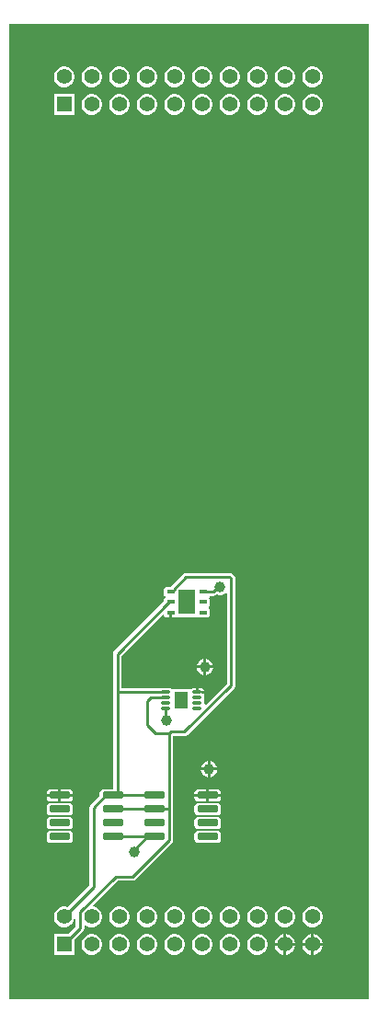
<source format=gbr>
%TF.GenerationSoftware,Altium Limited,Altium Designer,23.4.1 (23)*%
G04 Layer_Physical_Order=1*
G04 Layer_Color=255*
%FSLAX45Y45*%
%MOMM*%
%TF.SameCoordinates,B91EE142-B30E-402A-A340-A1283DCE037E*%
%TF.FilePolarity,Positive*%
%TF.FileFunction,Copper,L1,Top,Signal*%
%TF.Part,Single*%
G01*
G75*
%TA.AperFunction,SMDPad,CuDef*%
G04:AMPARAMS|DCode=10|XSize=1.9mm|YSize=0.6mm|CornerRadius=0.075mm|HoleSize=0mm|Usage=FLASHONLY|Rotation=180.000|XOffset=0mm|YOffset=0mm|HoleType=Round|Shape=RoundedRectangle|*
%AMROUNDEDRECTD10*
21,1,1.90000,0.45000,0,0,180.0*
21,1,1.75000,0.60000,0,0,180.0*
1,1,0.15000,-0.87500,0.22500*
1,1,0.15000,0.87500,0.22500*
1,1,0.15000,0.87500,-0.22500*
1,1,0.15000,-0.87500,-0.22500*
%
%ADD10ROUNDEDRECTD10*%
G04:AMPARAMS|DCode=11|XSize=0.76mm|YSize=0.42mm|CornerRadius=0.0525mm|HoleSize=0mm|Usage=FLASHONLY|Rotation=0.000|XOffset=0mm|YOffset=0mm|HoleType=Round|Shape=RoundedRectangle|*
%AMROUNDEDRECTD11*
21,1,0.76000,0.31500,0,0,0.0*
21,1,0.65500,0.42000,0,0,0.0*
1,1,0.10500,0.32750,-0.15750*
1,1,0.10500,-0.32750,-0.15750*
1,1,0.10500,-0.32750,0.15750*
1,1,0.10500,0.32750,0.15750*
%
%ADD11ROUNDEDRECTD11*%
%ADD12R,1.50000X2.30000*%
G04:AMPARAMS|DCode=13|XSize=0.81mm|YSize=0.26mm|CornerRadius=0.0325mm|HoleSize=0mm|Usage=FLASHONLY|Rotation=180.000|XOffset=0mm|YOffset=0mm|HoleType=Round|Shape=RoundedRectangle|*
%AMROUNDEDRECTD13*
21,1,0.81000,0.19500,0,0,180.0*
21,1,0.74500,0.26000,0,0,180.0*
1,1,0.06500,-0.37250,0.09750*
1,1,0.06500,0.37250,0.09750*
1,1,0.06500,0.37250,-0.09750*
1,1,0.06500,-0.37250,-0.09750*
%
%ADD13ROUNDEDRECTD13*%
%ADD14R,1.30000X1.50000*%
%TA.AperFunction,Conductor*%
%ADD15C,0.25400*%
%TA.AperFunction,ComponentPad*%
%ADD16C,1.39000*%
%ADD17R,1.39000X1.39000*%
%ADD18C,0.40000*%
%TA.AperFunction,TestPad*%
%ADD19C,1.00000*%
G36*
X3314700Y0D02*
X12700D01*
X0Y12700D01*
Y8978900D01*
X3314700D01*
Y0D01*
D02*
G37*
%LPC*%
G36*
X2806494Y8586900D02*
X2781506D01*
X2757370Y8580433D01*
X2735730Y8567939D01*
X2718061Y8550270D01*
X2705567Y8528630D01*
X2699100Y8504494D01*
Y8479506D01*
X2705567Y8455370D01*
X2718061Y8433730D01*
X2735730Y8416061D01*
X2757370Y8403567D01*
X2781506Y8397100D01*
X2806494D01*
X2830630Y8403567D01*
X2852270Y8416061D01*
X2869939Y8433730D01*
X2882433Y8455370D01*
X2888900Y8479506D01*
Y8504494D01*
X2882433Y8528630D01*
X2869939Y8550270D01*
X2852270Y8567939D01*
X2830630Y8580433D01*
X2806494Y8586900D01*
D02*
G37*
G36*
X2552494D02*
X2527506D01*
X2503370Y8580433D01*
X2481730Y8567939D01*
X2464061Y8550270D01*
X2451567Y8528630D01*
X2445100Y8504494D01*
Y8479506D01*
X2451567Y8455370D01*
X2464061Y8433730D01*
X2481730Y8416061D01*
X2503370Y8403567D01*
X2527506Y8397100D01*
X2552494D01*
X2576630Y8403567D01*
X2598270Y8416061D01*
X2615939Y8433730D01*
X2628433Y8455370D01*
X2634900Y8479506D01*
Y8504494D01*
X2628433Y8528630D01*
X2615939Y8550270D01*
X2598270Y8567939D01*
X2576630Y8580433D01*
X2552494Y8586900D01*
D02*
G37*
G36*
X2298494D02*
X2273506D01*
X2249370Y8580433D01*
X2227730Y8567939D01*
X2210061Y8550270D01*
X2197567Y8528630D01*
X2191100Y8504494D01*
Y8479506D01*
X2197567Y8455370D01*
X2210061Y8433730D01*
X2227730Y8416061D01*
X2249370Y8403567D01*
X2273506Y8397100D01*
X2298494D01*
X2322630Y8403567D01*
X2344270Y8416061D01*
X2361939Y8433730D01*
X2374433Y8455370D01*
X2380900Y8479506D01*
Y8504494D01*
X2374433Y8528630D01*
X2361939Y8550270D01*
X2344270Y8567939D01*
X2322630Y8580433D01*
X2298494Y8586900D01*
D02*
G37*
G36*
X2044494D02*
X2019506D01*
X1995370Y8580433D01*
X1973730Y8567939D01*
X1956061Y8550270D01*
X1943567Y8528630D01*
X1937100Y8504494D01*
Y8479506D01*
X1943567Y8455370D01*
X1956061Y8433730D01*
X1973730Y8416061D01*
X1995370Y8403567D01*
X2019506Y8397100D01*
X2044494D01*
X2068630Y8403567D01*
X2090270Y8416061D01*
X2107939Y8433730D01*
X2120433Y8455370D01*
X2126900Y8479506D01*
Y8504494D01*
X2120433Y8528630D01*
X2107939Y8550270D01*
X2090270Y8567939D01*
X2068630Y8580433D01*
X2044494Y8586900D01*
D02*
G37*
G36*
X1790494D02*
X1765506D01*
X1741370Y8580433D01*
X1719730Y8567939D01*
X1702061Y8550270D01*
X1689567Y8528630D01*
X1683100Y8504494D01*
Y8479506D01*
X1689567Y8455370D01*
X1702061Y8433730D01*
X1719730Y8416061D01*
X1741370Y8403567D01*
X1765506Y8397100D01*
X1790494D01*
X1814630Y8403567D01*
X1836270Y8416061D01*
X1853939Y8433730D01*
X1866433Y8455370D01*
X1872900Y8479506D01*
Y8504494D01*
X1866433Y8528630D01*
X1853939Y8550270D01*
X1836270Y8567939D01*
X1814630Y8580433D01*
X1790494Y8586900D01*
D02*
G37*
G36*
X1536494D02*
X1511506D01*
X1487370Y8580433D01*
X1465730Y8567939D01*
X1448061Y8550270D01*
X1435567Y8528630D01*
X1429100Y8504494D01*
Y8479506D01*
X1435567Y8455370D01*
X1448061Y8433730D01*
X1465730Y8416061D01*
X1487370Y8403567D01*
X1511506Y8397100D01*
X1536494D01*
X1560630Y8403567D01*
X1582270Y8416061D01*
X1599939Y8433730D01*
X1612433Y8455370D01*
X1618900Y8479506D01*
Y8504494D01*
X1612433Y8528630D01*
X1599939Y8550270D01*
X1582270Y8567939D01*
X1560630Y8580433D01*
X1536494Y8586900D01*
D02*
G37*
G36*
X1282494D02*
X1257506D01*
X1233370Y8580433D01*
X1211730Y8567939D01*
X1194061Y8550270D01*
X1181567Y8528630D01*
X1175100Y8504494D01*
Y8479506D01*
X1181567Y8455370D01*
X1194061Y8433730D01*
X1211730Y8416061D01*
X1233370Y8403567D01*
X1257506Y8397100D01*
X1282494D01*
X1306630Y8403567D01*
X1328270Y8416061D01*
X1345939Y8433730D01*
X1358433Y8455370D01*
X1364900Y8479506D01*
Y8504494D01*
X1358433Y8528630D01*
X1345939Y8550270D01*
X1328270Y8567939D01*
X1306630Y8580433D01*
X1282494Y8586900D01*
D02*
G37*
G36*
X1028494D02*
X1003506D01*
X979370Y8580433D01*
X957730Y8567939D01*
X940061Y8550270D01*
X927567Y8528630D01*
X921100Y8504494D01*
Y8479506D01*
X927567Y8455370D01*
X940061Y8433730D01*
X957730Y8416061D01*
X979370Y8403567D01*
X1003506Y8397100D01*
X1028494D01*
X1052630Y8403567D01*
X1074270Y8416061D01*
X1091939Y8433730D01*
X1104433Y8455370D01*
X1110900Y8479506D01*
Y8504494D01*
X1104433Y8528630D01*
X1091939Y8550270D01*
X1074270Y8567939D01*
X1052630Y8580433D01*
X1028494Y8586900D01*
D02*
G37*
G36*
X774494D02*
X749506D01*
X725370Y8580433D01*
X703730Y8567939D01*
X686061Y8550270D01*
X673567Y8528630D01*
X667100Y8504494D01*
Y8479506D01*
X673567Y8455370D01*
X686061Y8433730D01*
X703730Y8416061D01*
X725370Y8403567D01*
X749506Y8397100D01*
X774494D01*
X798630Y8403567D01*
X820270Y8416061D01*
X837939Y8433730D01*
X850433Y8455370D01*
X856900Y8479506D01*
Y8504494D01*
X850433Y8528630D01*
X837939Y8550270D01*
X820270Y8567939D01*
X798630Y8580433D01*
X774494Y8586900D01*
D02*
G37*
G36*
X520494D02*
X495506D01*
X471370Y8580433D01*
X449730Y8567939D01*
X432061Y8550270D01*
X419567Y8528630D01*
X413100Y8504494D01*
Y8479506D01*
X419567Y8455370D01*
X432061Y8433730D01*
X449730Y8416061D01*
X471370Y8403567D01*
X495506Y8397100D01*
X520494D01*
X544630Y8403567D01*
X566270Y8416061D01*
X583939Y8433730D01*
X596433Y8455370D01*
X602900Y8479506D01*
Y8504494D01*
X596433Y8528630D01*
X583939Y8550270D01*
X566270Y8567939D01*
X544630Y8580433D01*
X520494Y8586900D01*
D02*
G37*
G36*
X2806494Y8332900D02*
X2781506D01*
X2757370Y8326433D01*
X2735730Y8313939D01*
X2718061Y8296270D01*
X2705567Y8274630D01*
X2699100Y8250494D01*
Y8225506D01*
X2705567Y8201370D01*
X2718061Y8179730D01*
X2735730Y8162061D01*
X2757370Y8149567D01*
X2781506Y8143100D01*
X2806494D01*
X2830630Y8149567D01*
X2852270Y8162061D01*
X2869939Y8179730D01*
X2882433Y8201370D01*
X2888900Y8225506D01*
Y8250494D01*
X2882433Y8274630D01*
X2869939Y8296270D01*
X2852270Y8313939D01*
X2830630Y8326433D01*
X2806494Y8332900D01*
D02*
G37*
G36*
X2552494D02*
X2527506D01*
X2503370Y8326433D01*
X2481730Y8313939D01*
X2464061Y8296270D01*
X2451567Y8274630D01*
X2445100Y8250494D01*
Y8225506D01*
X2451567Y8201370D01*
X2464061Y8179730D01*
X2481730Y8162061D01*
X2503370Y8149567D01*
X2527506Y8143100D01*
X2552494D01*
X2576630Y8149567D01*
X2598270Y8162061D01*
X2615939Y8179730D01*
X2628433Y8201370D01*
X2634900Y8225506D01*
Y8250494D01*
X2628433Y8274630D01*
X2615939Y8296270D01*
X2598270Y8313939D01*
X2576630Y8326433D01*
X2552494Y8332900D01*
D02*
G37*
G36*
X2298494D02*
X2273506D01*
X2249370Y8326433D01*
X2227730Y8313939D01*
X2210061Y8296270D01*
X2197567Y8274630D01*
X2191100Y8250494D01*
Y8225506D01*
X2197567Y8201370D01*
X2210061Y8179730D01*
X2227730Y8162061D01*
X2249370Y8149567D01*
X2273506Y8143100D01*
X2298494D01*
X2322630Y8149567D01*
X2344270Y8162061D01*
X2361939Y8179730D01*
X2374433Y8201370D01*
X2380900Y8225506D01*
Y8250494D01*
X2374433Y8274630D01*
X2361939Y8296270D01*
X2344270Y8313939D01*
X2322630Y8326433D01*
X2298494Y8332900D01*
D02*
G37*
G36*
X2044494D02*
X2019506D01*
X1995370Y8326433D01*
X1973730Y8313939D01*
X1956061Y8296270D01*
X1943567Y8274630D01*
X1937100Y8250494D01*
Y8225506D01*
X1943567Y8201370D01*
X1956061Y8179730D01*
X1973730Y8162061D01*
X1995370Y8149567D01*
X2019506Y8143100D01*
X2044494D01*
X2068630Y8149567D01*
X2090270Y8162061D01*
X2107939Y8179730D01*
X2120433Y8201370D01*
X2126900Y8225506D01*
Y8250494D01*
X2120433Y8274630D01*
X2107939Y8296270D01*
X2090270Y8313939D01*
X2068630Y8326433D01*
X2044494Y8332900D01*
D02*
G37*
G36*
X1790494D02*
X1765506D01*
X1741370Y8326433D01*
X1719730Y8313939D01*
X1702061Y8296270D01*
X1689567Y8274630D01*
X1683100Y8250494D01*
Y8225506D01*
X1689567Y8201370D01*
X1702061Y8179730D01*
X1719730Y8162061D01*
X1741370Y8149567D01*
X1765506Y8143100D01*
X1790494D01*
X1814630Y8149567D01*
X1836270Y8162061D01*
X1853939Y8179730D01*
X1866433Y8201370D01*
X1872900Y8225506D01*
Y8250494D01*
X1866433Y8274630D01*
X1853939Y8296270D01*
X1836270Y8313939D01*
X1814630Y8326433D01*
X1790494Y8332900D01*
D02*
G37*
G36*
X1536494D02*
X1511506D01*
X1487370Y8326433D01*
X1465730Y8313939D01*
X1448061Y8296270D01*
X1435567Y8274630D01*
X1429100Y8250494D01*
Y8225506D01*
X1435567Y8201370D01*
X1448061Y8179730D01*
X1465730Y8162061D01*
X1487370Y8149567D01*
X1511506Y8143100D01*
X1536494D01*
X1560630Y8149567D01*
X1582270Y8162061D01*
X1599939Y8179730D01*
X1612433Y8201370D01*
X1618900Y8225506D01*
Y8250494D01*
X1612433Y8274630D01*
X1599939Y8296270D01*
X1582270Y8313939D01*
X1560630Y8326433D01*
X1536494Y8332900D01*
D02*
G37*
G36*
X1282494D02*
X1257506D01*
X1233370Y8326433D01*
X1211730Y8313939D01*
X1194061Y8296270D01*
X1181567Y8274630D01*
X1175100Y8250494D01*
Y8225506D01*
X1181567Y8201370D01*
X1194061Y8179730D01*
X1211730Y8162061D01*
X1233370Y8149567D01*
X1257506Y8143100D01*
X1282494D01*
X1306630Y8149567D01*
X1328270Y8162061D01*
X1345939Y8179730D01*
X1358433Y8201370D01*
X1364900Y8225506D01*
Y8250494D01*
X1358433Y8274630D01*
X1345939Y8296270D01*
X1328270Y8313939D01*
X1306630Y8326433D01*
X1282494Y8332900D01*
D02*
G37*
G36*
X1028494D02*
X1003506D01*
X979370Y8326433D01*
X957730Y8313939D01*
X940061Y8296270D01*
X927567Y8274630D01*
X921100Y8250494D01*
Y8225506D01*
X927567Y8201370D01*
X940061Y8179730D01*
X957730Y8162061D01*
X979370Y8149567D01*
X1003506Y8143100D01*
X1028494D01*
X1052630Y8149567D01*
X1074270Y8162061D01*
X1091939Y8179730D01*
X1104433Y8201370D01*
X1110900Y8225506D01*
Y8250494D01*
X1104433Y8274630D01*
X1091939Y8296270D01*
X1074270Y8313939D01*
X1052630Y8326433D01*
X1028494Y8332900D01*
D02*
G37*
G36*
X774494D02*
X749506D01*
X725370Y8326433D01*
X703730Y8313939D01*
X686061Y8296270D01*
X673567Y8274630D01*
X667100Y8250494D01*
Y8225506D01*
X673567Y8201370D01*
X686061Y8179730D01*
X703730Y8162061D01*
X725370Y8149567D01*
X749506Y8143100D01*
X774494D01*
X798630Y8149567D01*
X820270Y8162061D01*
X837939Y8179730D01*
X850433Y8201370D01*
X856900Y8225506D01*
Y8250494D01*
X850433Y8274630D01*
X837939Y8296270D01*
X820270Y8313939D01*
X798630Y8326433D01*
X774494Y8332900D01*
D02*
G37*
G36*
X602900D02*
X413100D01*
Y8143100D01*
X602900D01*
Y8332900D01*
D02*
G37*
G36*
X1854200Y2195557D02*
Y2133600D01*
X1916157D01*
X1911762Y2150003D01*
X1901835Y2167197D01*
X1887797Y2181235D01*
X1870603Y2191162D01*
X1854200Y2195557D01*
D02*
G37*
G36*
X1828800D02*
X1812397Y2191162D01*
X1795203Y2181235D01*
X1781165Y2167197D01*
X1771238Y2150003D01*
X1766843Y2133600D01*
X1828800D01*
Y2195557D01*
D02*
G37*
G36*
X1916157Y2108200D02*
X1854200D01*
Y2046243D01*
X1870603Y2050638D01*
X1887797Y2060565D01*
X1901835Y2074603D01*
X1911762Y2091797D01*
X1916157Y2108200D01*
D02*
G37*
G36*
X1828800D02*
X1766843D01*
X1771238Y2091797D01*
X1781165Y2074603D01*
X1795203Y2060565D01*
X1812397Y2050638D01*
X1828800Y2046243D01*
Y2108200D01*
D02*
G37*
G36*
X1916300Y1935645D02*
X1841500D01*
Y1892300D01*
X1949844D01*
Y1902100D01*
X1947291Y1914937D01*
X1940019Y1925820D01*
X1929137Y1933091D01*
X1916300Y1935645D01*
D02*
G37*
G36*
X553200D02*
X478400D01*
Y1892300D01*
X586745D01*
Y1902100D01*
X584191Y1914937D01*
X576920Y1925820D01*
X566037Y1933091D01*
X553200Y1935645D01*
D02*
G37*
G36*
X1816100D02*
X1741300D01*
X1728463Y1933091D01*
X1717581Y1925820D01*
X1710309Y1914937D01*
X1707756Y1902100D01*
Y1892300D01*
X1816100D01*
Y1935645D01*
D02*
G37*
G36*
X453000D02*
X378200D01*
X365364Y1933091D01*
X354481Y1925820D01*
X347209Y1914937D01*
X344656Y1902100D01*
Y1892300D01*
X453000D01*
Y1935645D01*
D02*
G37*
G36*
X1949844Y1866900D02*
X1841500D01*
Y1823555D01*
X1916300D01*
X1929137Y1826109D01*
X1940019Y1833380D01*
X1947291Y1844263D01*
X1949844Y1857100D01*
Y1866900D01*
D02*
G37*
G36*
X1816100D02*
X1707756D01*
Y1857100D01*
X1710309Y1844263D01*
X1717581Y1833380D01*
X1728463Y1826109D01*
X1741300Y1823555D01*
X1816100D01*
Y1866900D01*
D02*
G37*
G36*
X586745D02*
X478400D01*
Y1823555D01*
X553200D01*
X566037Y1826109D01*
X576920Y1833380D01*
X584191Y1844263D01*
X586745Y1857100D01*
Y1866900D01*
D02*
G37*
G36*
X453000D02*
X344656D01*
Y1857100D01*
X347209Y1844263D01*
X354481Y1833380D01*
X365364Y1826109D01*
X378200Y1823555D01*
X453000D01*
Y1866900D01*
D02*
G37*
G36*
X1916300Y1808645D02*
X1741300D01*
X1728463Y1806091D01*
X1717581Y1798820D01*
X1710309Y1787937D01*
X1707756Y1775100D01*
Y1730100D01*
X1710309Y1717263D01*
X1717581Y1706380D01*
X1728463Y1699109D01*
X1741300Y1696555D01*
X1916300D01*
X1929137Y1699109D01*
X1940019Y1706380D01*
X1947291Y1717263D01*
X1949844Y1730100D01*
Y1775100D01*
X1947291Y1787937D01*
X1940019Y1798820D01*
X1929137Y1806091D01*
X1916300Y1808645D01*
D02*
G37*
G36*
X553200D02*
X378200D01*
X365364Y1806091D01*
X354481Y1798820D01*
X347209Y1787937D01*
X344656Y1775100D01*
Y1730100D01*
X347209Y1717263D01*
X354481Y1706380D01*
X365364Y1699109D01*
X378200Y1696555D01*
X553200D01*
X566037Y1699109D01*
X576920Y1706380D01*
X584191Y1717263D01*
X586745Y1730100D01*
Y1775100D01*
X584191Y1787937D01*
X576920Y1798820D01*
X566037Y1806091D01*
X553200Y1808645D01*
D02*
G37*
G36*
X1916300Y1681645D02*
X1741300D01*
X1728463Y1679091D01*
X1717581Y1671820D01*
X1710309Y1660937D01*
X1707756Y1648100D01*
Y1603100D01*
X1710309Y1590263D01*
X1717581Y1579380D01*
X1728463Y1572109D01*
X1741300Y1569555D01*
X1916300D01*
X1929137Y1572109D01*
X1940019Y1579380D01*
X1947291Y1590263D01*
X1949844Y1603100D01*
Y1648100D01*
X1947291Y1660937D01*
X1940019Y1671820D01*
X1929137Y1679091D01*
X1916300Y1681645D01*
D02*
G37*
G36*
X553200D02*
X378200D01*
X365364Y1679091D01*
X354481Y1671820D01*
X347209Y1660937D01*
X344656Y1648100D01*
Y1603100D01*
X347209Y1590263D01*
X354481Y1579380D01*
X365364Y1572109D01*
X378200Y1569555D01*
X553200D01*
X566037Y1572109D01*
X576920Y1579380D01*
X584191Y1590263D01*
X586745Y1603100D01*
Y1648100D01*
X584191Y1660937D01*
X576920Y1671820D01*
X566037Y1679091D01*
X553200Y1681645D01*
D02*
G37*
G36*
X1916300Y1554645D02*
X1741300D01*
X1728463Y1552091D01*
X1717581Y1544820D01*
X1710309Y1533937D01*
X1707756Y1521100D01*
Y1476100D01*
X1710309Y1463263D01*
X1717581Y1452380D01*
X1728463Y1445109D01*
X1741300Y1442555D01*
X1916300D01*
X1929137Y1445109D01*
X1940019Y1452380D01*
X1947291Y1463263D01*
X1949844Y1476100D01*
Y1521100D01*
X1947291Y1533937D01*
X1940019Y1544820D01*
X1929137Y1552091D01*
X1916300Y1554645D01*
D02*
G37*
G36*
X553200D02*
X378200D01*
X365364Y1552091D01*
X354481Y1544820D01*
X347209Y1533937D01*
X344656Y1521100D01*
Y1476100D01*
X347209Y1463263D01*
X354481Y1452380D01*
X365364Y1445109D01*
X378200Y1442555D01*
X553200D01*
X566037Y1445109D01*
X576920Y1452380D01*
X584191Y1463263D01*
X586745Y1476100D01*
Y1521100D01*
X584191Y1533937D01*
X576920Y1544820D01*
X566037Y1552091D01*
X553200Y1554645D01*
D02*
G37*
G36*
X2029821Y3925047D02*
X1630655D01*
X1615790Y3922089D01*
X1603187Y3913669D01*
X1489119Y3799600D01*
X1457050D01*
X1445091Y3797222D01*
X1434953Y3790447D01*
X1428178Y3780309D01*
X1425800Y3768350D01*
Y3736850D01*
X1428178Y3724891D01*
X1434953Y3714753D01*
X1437969Y3712737D01*
Y3697463D01*
X1434953Y3695447D01*
X1428178Y3685309D01*
X1425800Y3673350D01*
Y3665537D01*
X969650Y3209387D01*
X961229Y3196784D01*
X958272Y3181918D01*
Y2832100D01*
Y1935645D01*
X869200D01*
X856363Y1933091D01*
X845480Y1925820D01*
X838209Y1914937D01*
X835655Y1902100D01*
Y1878493D01*
X753581Y1796419D01*
X745161Y1783816D01*
X742203Y1768950D01*
Y1051141D01*
X542158Y851095D01*
X520494Y856900D01*
X495506D01*
X471370Y850433D01*
X449730Y837939D01*
X432061Y820270D01*
X419567Y798630D01*
X413100Y774494D01*
Y749506D01*
X419567Y725370D01*
X432061Y703730D01*
X449730Y686061D01*
X471370Y673567D01*
X495506Y667100D01*
X520494D01*
X544630Y673567D01*
X566270Y686061D01*
X583939Y703730D01*
X596433Y725370D01*
X602900Y749506D01*
X615554Y749394D01*
Y670491D01*
X547963Y602900D01*
X413100D01*
Y413100D01*
X602900D01*
Y547963D01*
X681869Y626931D01*
X690289Y639534D01*
X693247Y654400D01*
Y680449D01*
X705947Y684781D01*
X725370Y673567D01*
X749506Y667100D01*
X774494D01*
X798630Y673567D01*
X820270Y686061D01*
X837939Y703730D01*
X850433Y725370D01*
X856900Y749506D01*
Y774494D01*
X850433Y798630D01*
X837939Y820270D01*
X820270Y837939D01*
X798630Y850433D01*
X776966Y856238D01*
X771049Y868281D01*
X996931Y1094163D01*
X1139060D01*
X1153926Y1097120D01*
X1166529Y1105541D01*
X1501369Y1440380D01*
X1509789Y1452983D01*
X1512747Y1467849D01*
Y1752600D01*
Y2424953D01*
X1613241D01*
X1628107Y2427911D01*
X1640709Y2436331D01*
X2072169Y2867791D01*
X2080589Y2880393D01*
X2083547Y2895259D01*
Y3871321D01*
X2080589Y3886187D01*
X2072169Y3898790D01*
X2057290Y3913669D01*
X2044687Y3922089D01*
X2029821Y3925047D01*
D02*
G37*
G36*
X2806494Y856900D02*
X2781506D01*
X2757370Y850433D01*
X2735730Y837939D01*
X2718061Y820270D01*
X2705567Y798630D01*
X2699100Y774494D01*
Y749506D01*
X2705567Y725370D01*
X2718061Y703730D01*
X2735730Y686061D01*
X2757370Y673567D01*
X2781506Y667100D01*
X2806494D01*
X2830630Y673567D01*
X2852270Y686061D01*
X2869939Y703730D01*
X2882433Y725370D01*
X2888900Y749506D01*
Y774494D01*
X2882433Y798630D01*
X2869939Y820270D01*
X2852270Y837939D01*
X2830630Y850433D01*
X2806494Y856900D01*
D02*
G37*
G36*
X2552494D02*
X2527506D01*
X2503370Y850433D01*
X2481730Y837939D01*
X2464061Y820270D01*
X2451567Y798630D01*
X2445100Y774494D01*
Y749506D01*
X2451567Y725370D01*
X2464061Y703730D01*
X2481730Y686061D01*
X2503370Y673567D01*
X2527506Y667100D01*
X2552494D01*
X2576630Y673567D01*
X2598270Y686061D01*
X2615939Y703730D01*
X2628433Y725370D01*
X2634900Y749506D01*
Y774494D01*
X2628433Y798630D01*
X2615939Y820270D01*
X2598270Y837939D01*
X2576630Y850433D01*
X2552494Y856900D01*
D02*
G37*
G36*
X2298494D02*
X2273506D01*
X2249370Y850433D01*
X2227730Y837939D01*
X2210061Y820270D01*
X2197567Y798630D01*
X2191100Y774494D01*
Y749506D01*
X2197567Y725370D01*
X2210061Y703730D01*
X2227730Y686061D01*
X2249370Y673567D01*
X2273506Y667100D01*
X2298494D01*
X2322630Y673567D01*
X2344270Y686061D01*
X2361939Y703730D01*
X2374433Y725370D01*
X2380900Y749506D01*
Y774494D01*
X2374433Y798630D01*
X2361939Y820270D01*
X2344270Y837939D01*
X2322630Y850433D01*
X2298494Y856900D01*
D02*
G37*
G36*
X2044494D02*
X2019506D01*
X1995370Y850433D01*
X1973730Y837939D01*
X1956061Y820270D01*
X1943567Y798630D01*
X1937100Y774494D01*
Y749506D01*
X1943567Y725370D01*
X1956061Y703730D01*
X1973730Y686061D01*
X1995370Y673567D01*
X2019506Y667100D01*
X2044494D01*
X2068630Y673567D01*
X2090270Y686061D01*
X2107939Y703730D01*
X2120433Y725370D01*
X2126900Y749506D01*
Y774494D01*
X2120433Y798630D01*
X2107939Y820270D01*
X2090270Y837939D01*
X2068630Y850433D01*
X2044494Y856900D01*
D02*
G37*
G36*
X1790494D02*
X1765506D01*
X1741370Y850433D01*
X1719730Y837939D01*
X1702061Y820270D01*
X1689567Y798630D01*
X1683100Y774494D01*
Y749506D01*
X1689567Y725370D01*
X1702061Y703730D01*
X1719730Y686061D01*
X1741370Y673567D01*
X1765506Y667100D01*
X1790494D01*
X1814630Y673567D01*
X1836270Y686061D01*
X1853939Y703730D01*
X1866433Y725370D01*
X1872900Y749506D01*
Y774494D01*
X1866433Y798630D01*
X1853939Y820270D01*
X1836270Y837939D01*
X1814630Y850433D01*
X1790494Y856900D01*
D02*
G37*
G36*
X1536494D02*
X1511506D01*
X1487370Y850433D01*
X1465730Y837939D01*
X1448061Y820270D01*
X1435567Y798630D01*
X1429100Y774494D01*
Y749506D01*
X1435567Y725370D01*
X1448061Y703730D01*
X1465730Y686061D01*
X1487370Y673567D01*
X1511506Y667100D01*
X1536494D01*
X1560630Y673567D01*
X1582270Y686061D01*
X1599939Y703730D01*
X1612433Y725370D01*
X1618900Y749506D01*
Y774494D01*
X1612433Y798630D01*
X1599939Y820270D01*
X1582270Y837939D01*
X1560630Y850433D01*
X1536494Y856900D01*
D02*
G37*
G36*
X1282494D02*
X1257506D01*
X1233370Y850433D01*
X1211730Y837939D01*
X1194061Y820270D01*
X1181567Y798630D01*
X1175100Y774494D01*
Y749506D01*
X1181567Y725370D01*
X1194061Y703730D01*
X1211730Y686061D01*
X1233370Y673567D01*
X1257506Y667100D01*
X1282494D01*
X1306630Y673567D01*
X1328270Y686061D01*
X1345939Y703730D01*
X1358433Y725370D01*
X1364900Y749506D01*
Y774494D01*
X1358433Y798630D01*
X1345939Y820270D01*
X1328270Y837939D01*
X1306630Y850433D01*
X1282494Y856900D01*
D02*
G37*
G36*
X1028494D02*
X1003506D01*
X979370Y850433D01*
X957730Y837939D01*
X940061Y820270D01*
X927567Y798630D01*
X921100Y774494D01*
Y749506D01*
X927567Y725370D01*
X940061Y703730D01*
X957730Y686061D01*
X979370Y673567D01*
X1003506Y667100D01*
X1028494D01*
X1052630Y673567D01*
X1074270Y686061D01*
X1091939Y703730D01*
X1104433Y725370D01*
X1110900Y749506D01*
Y774494D01*
X1104433Y798630D01*
X1091939Y820270D01*
X1074270Y837939D01*
X1052630Y850433D01*
X1028494Y856900D01*
D02*
G37*
G36*
X2806700Y602845D02*
Y520700D01*
X2888845D01*
X2882433Y544630D01*
X2869939Y566270D01*
X2852270Y583939D01*
X2830630Y596433D01*
X2806700Y602845D01*
D02*
G37*
G36*
X2552700D02*
Y520700D01*
X2634845D01*
X2628433Y544630D01*
X2615939Y566270D01*
X2598270Y583939D01*
X2576630Y596433D01*
X2552700Y602845D01*
D02*
G37*
G36*
X2781300D02*
X2757370Y596433D01*
X2735730Y583939D01*
X2718061Y566270D01*
X2705567Y544630D01*
X2699155Y520700D01*
X2781300D01*
Y602845D01*
D02*
G37*
G36*
X2527300D02*
X2503370Y596433D01*
X2481730Y583939D01*
X2464061Y566270D01*
X2451567Y544630D01*
X2445155Y520700D01*
X2527300D01*
Y602845D01*
D02*
G37*
G36*
X2888845Y495300D02*
X2806700D01*
Y413155D01*
X2830630Y419567D01*
X2852270Y432061D01*
X2869939Y449730D01*
X2882433Y471370D01*
X2888845Y495300D01*
D02*
G37*
G36*
X2634845D02*
X2552700D01*
Y413155D01*
X2576630Y419567D01*
X2598270Y432061D01*
X2615939Y449730D01*
X2628433Y471370D01*
X2634845Y495300D01*
D02*
G37*
G36*
X2781300D02*
X2699155D01*
X2705567Y471370D01*
X2718061Y449730D01*
X2735730Y432061D01*
X2757370Y419567D01*
X2781300Y413155D01*
Y495300D01*
D02*
G37*
G36*
X2527300D02*
X2445155D01*
X2451567Y471370D01*
X2464061Y449730D01*
X2481730Y432061D01*
X2503370Y419567D01*
X2527300Y413155D01*
Y495300D01*
D02*
G37*
G36*
X2298494Y602900D02*
X2273506D01*
X2249370Y596433D01*
X2227730Y583939D01*
X2210061Y566270D01*
X2197567Y544630D01*
X2191100Y520494D01*
Y495506D01*
X2197567Y471370D01*
X2210061Y449730D01*
X2227730Y432061D01*
X2249370Y419567D01*
X2273506Y413100D01*
X2298494D01*
X2322630Y419567D01*
X2344270Y432061D01*
X2361939Y449730D01*
X2374433Y471370D01*
X2380900Y495506D01*
Y520494D01*
X2374433Y544630D01*
X2361939Y566270D01*
X2344270Y583939D01*
X2322630Y596433D01*
X2298494Y602900D01*
D02*
G37*
G36*
X2044494D02*
X2019506D01*
X1995370Y596433D01*
X1973730Y583939D01*
X1956061Y566270D01*
X1943567Y544630D01*
X1937100Y520494D01*
Y495506D01*
X1943567Y471370D01*
X1956061Y449730D01*
X1973730Y432061D01*
X1995370Y419567D01*
X2019506Y413100D01*
X2044494D01*
X2068630Y419567D01*
X2090270Y432061D01*
X2107939Y449730D01*
X2120433Y471370D01*
X2126900Y495506D01*
Y520494D01*
X2120433Y544630D01*
X2107939Y566270D01*
X2090270Y583939D01*
X2068630Y596433D01*
X2044494Y602900D01*
D02*
G37*
G36*
X1790494D02*
X1765506D01*
X1741370Y596433D01*
X1719730Y583939D01*
X1702061Y566270D01*
X1689567Y544630D01*
X1683100Y520494D01*
Y495506D01*
X1689567Y471370D01*
X1702061Y449730D01*
X1719730Y432061D01*
X1741370Y419567D01*
X1765506Y413100D01*
X1790494D01*
X1814630Y419567D01*
X1836270Y432061D01*
X1853939Y449730D01*
X1866433Y471370D01*
X1872900Y495506D01*
Y520494D01*
X1866433Y544630D01*
X1853939Y566270D01*
X1836270Y583939D01*
X1814630Y596433D01*
X1790494Y602900D01*
D02*
G37*
G36*
X1536494D02*
X1511506D01*
X1487370Y596433D01*
X1465730Y583939D01*
X1448061Y566270D01*
X1435567Y544630D01*
X1429100Y520494D01*
Y495506D01*
X1435567Y471370D01*
X1448061Y449730D01*
X1465730Y432061D01*
X1487370Y419567D01*
X1511506Y413100D01*
X1536494D01*
X1560630Y419567D01*
X1582270Y432061D01*
X1599939Y449730D01*
X1612433Y471370D01*
X1618900Y495506D01*
Y520494D01*
X1612433Y544630D01*
X1599939Y566270D01*
X1582270Y583939D01*
X1560630Y596433D01*
X1536494Y602900D01*
D02*
G37*
G36*
X1282494D02*
X1257506D01*
X1233370Y596433D01*
X1211730Y583939D01*
X1194061Y566270D01*
X1181567Y544630D01*
X1175100Y520494D01*
Y495506D01*
X1181567Y471370D01*
X1194061Y449730D01*
X1211730Y432061D01*
X1233370Y419567D01*
X1257506Y413100D01*
X1282494D01*
X1306630Y419567D01*
X1328270Y432061D01*
X1345939Y449730D01*
X1358433Y471370D01*
X1364900Y495506D01*
Y520494D01*
X1358433Y544630D01*
X1345939Y566270D01*
X1328270Y583939D01*
X1306630Y596433D01*
X1282494Y602900D01*
D02*
G37*
G36*
X1028494D02*
X1003506D01*
X979370Y596433D01*
X957730Y583939D01*
X940061Y566270D01*
X927567Y544630D01*
X921100Y520494D01*
Y495506D01*
X927567Y471370D01*
X940061Y449730D01*
X957730Y432061D01*
X979370Y419567D01*
X1003506Y413100D01*
X1028494D01*
X1052630Y419567D01*
X1074270Y432061D01*
X1091939Y449730D01*
X1104433Y471370D01*
X1110900Y495506D01*
Y520494D01*
X1104433Y544630D01*
X1091939Y566270D01*
X1074270Y583939D01*
X1052630Y596433D01*
X1028494Y602900D01*
D02*
G37*
G36*
X774494D02*
X749506D01*
X725370Y596433D01*
X703730Y583939D01*
X686061Y566270D01*
X673567Y544630D01*
X667100Y520494D01*
Y495506D01*
X673567Y471370D01*
X686061Y449730D01*
X703730Y432061D01*
X725370Y419567D01*
X749506Y413100D01*
X774494D01*
X798630Y419567D01*
X820270Y432061D01*
X837939Y449730D01*
X850433Y471370D01*
X856900Y495506D01*
Y520494D01*
X850433Y544630D01*
X837939Y566270D01*
X820270Y583939D01*
X798630Y596433D01*
X774494Y602900D01*
D02*
G37*
%LPD*%
G36*
X2005853Y3735461D02*
Y2911350D01*
X1810981Y2716477D01*
X1801913Y2720002D01*
X1798961Y2722418D01*
Y2740650D01*
X1796738Y2751829D01*
X1794017Y2755900D01*
X1796738Y2759971D01*
X1798961Y2771150D01*
Y2790650D01*
X1796738Y2801829D01*
X1794017Y2805900D01*
X1796738Y2809971D01*
X1798375Y2818200D01*
X1778126D01*
X1769750Y2819866D01*
X1732500D01*
Y2830900D01*
X1719800D01*
Y2869861D01*
X1695250D01*
X1684071Y2867638D01*
X1674594Y2861306D01*
X1671249Y2856300D01*
X1503751D01*
X1500406Y2861306D01*
X1490929Y2867638D01*
X1479750Y2869861D01*
X1405250D01*
X1404673Y2869747D01*
X1035965D01*
Y3165828D01*
X1413537Y3543400D01*
X1427317Y3539219D01*
X1428178Y3534891D01*
X1434953Y3524753D01*
X1445091Y3517978D01*
X1457050Y3515600D01*
X1477100D01*
Y3562600D01*
X1502500D01*
Y3515600D01*
X1522550D01*
X1525611Y3516208D01*
X1537900Y3517200D01*
X1537900Y3517199D01*
X1537901Y3517200D01*
X1738700D01*
X1738700Y3517200D01*
X1750989Y3516208D01*
X1754050Y3515600D01*
X1819550D01*
X1831509Y3517978D01*
X1841647Y3524753D01*
X1848422Y3534891D01*
X1850800Y3546850D01*
Y3578350D01*
X1848422Y3590309D01*
X1841647Y3600447D01*
X1838631Y3602463D01*
Y3617737D01*
X1841647Y3619753D01*
X1848422Y3629891D01*
X1850800Y3641850D01*
Y3673350D01*
X1848422Y3685309D01*
X1841647Y3695447D01*
X1845182Y3708123D01*
X1850910Y3713754D01*
X1878213D01*
X1893079Y3716711D01*
X1905682Y3725131D01*
X1909934Y3729384D01*
X1913997Y3727038D01*
X1933173Y3721900D01*
X1953027D01*
X1972203Y3727038D01*
X1989397Y3736965D01*
X1993153Y3740722D01*
X2005853Y3735461D01*
D02*
G37*
%LPC*%
G36*
X1816100Y3135357D02*
Y3073400D01*
X1878057D01*
X1873662Y3089803D01*
X1863735Y3106997D01*
X1849697Y3121035D01*
X1832503Y3130962D01*
X1816100Y3135357D01*
D02*
G37*
G36*
X1790700D02*
X1774297Y3130962D01*
X1757103Y3121035D01*
X1743065Y3106997D01*
X1733138Y3089803D01*
X1728743Y3073400D01*
X1790700D01*
Y3135357D01*
D02*
G37*
G36*
X1878057Y3048000D02*
X1816100D01*
Y2986043D01*
X1832503Y2990438D01*
X1849697Y3000365D01*
X1863735Y3014403D01*
X1873662Y3031597D01*
X1878057Y3048000D01*
D02*
G37*
G36*
X1790700D02*
X1728743D01*
X1733138Y3031597D01*
X1743065Y3014403D01*
X1757103Y3000365D01*
X1774297Y2990438D01*
X1790700Y2986043D01*
Y3048000D01*
D02*
G37*
G36*
X1769750Y2869861D02*
X1745200D01*
Y2843600D01*
X1798375D01*
X1796738Y2851829D01*
X1790406Y2861306D01*
X1780929Y2867638D01*
X1769750Y2869861D01*
D02*
G37*
%LPD*%
D10*
X956700Y1498600D02*
D03*
Y1625600D02*
D03*
Y1752600D02*
D03*
Y1879600D02*
D03*
X465700D02*
D03*
Y1752600D02*
D03*
Y1625600D02*
D03*
Y1498600D02*
D03*
X1828800D02*
D03*
Y1625600D02*
D03*
Y1752600D02*
D03*
Y1879600D02*
D03*
X1337800D02*
D03*
Y1752600D02*
D03*
Y1625600D02*
D03*
Y1498600D02*
D03*
D11*
X1489800Y3752600D02*
D03*
Y3657600D02*
D03*
Y3562600D02*
D03*
X1786800D02*
D03*
Y3657600D02*
D03*
Y3752600D02*
D03*
D12*
X1638300Y3657600D02*
D03*
D13*
X1732500Y2680900D02*
D03*
Y2730900D02*
D03*
Y2780900D02*
D03*
Y2830900D02*
D03*
X1442500D02*
D03*
Y2780900D02*
D03*
Y2730900D02*
D03*
Y2680900D02*
D03*
D14*
X1587500Y2755900D02*
D03*
D15*
X1272800Y1498600D02*
X1305300D01*
X956700D02*
X1272800D01*
X956700Y1752600D02*
X1337800D01*
X508000Y762000D02*
X781050Y1035050D01*
X891700Y1879600D02*
X956700D01*
X781050Y1768950D02*
X891700Y1879600D01*
X781050Y1035050D02*
Y1768950D01*
X1786800Y3752600D02*
X1878213D01*
X1922913Y3797300D01*
X1943100D01*
X2029821Y3886200D02*
X2044700Y3871321D01*
X1515100Y3770645D02*
X1630655Y3886200D01*
X2029821D01*
X2044700Y2895259D02*
Y3871321D01*
X1613241Y2463800D02*
X2044700Y2895259D01*
X1442500Y2680900D02*
X1444850D01*
X1445150Y2680600D01*
Y2568050D02*
Y2680600D01*
Y2568050D02*
X1447800Y2565400D01*
X1270000Y2743200D02*
X1307400Y2780600D01*
X1270000Y2527300D02*
Y2743200D01*
X1348379Y2448921D02*
X1473900D01*
X1270000Y2527300D02*
X1348379Y2448921D01*
X1473900Y1752600D02*
Y2448921D01*
X1488779Y2463800D01*
X1613241D01*
X1307400Y2780600D02*
X1442200D01*
X1169974Y1395774D02*
X1272800Y1498600D01*
X1169974Y1373174D02*
Y1395774D01*
X1155700Y1358900D02*
X1169974Y1373174D01*
X1337800Y1752600D02*
X1473900D01*
Y1467849D02*
Y1752600D01*
X1139060Y1133009D02*
X1473900Y1467849D01*
X1442200Y2780600D02*
X1442500Y2780900D01*
X1506800Y3752600D02*
X1515100Y3760900D01*
Y3770645D01*
X980840Y1133009D02*
X1139060D01*
X654400Y806569D02*
X980840Y1133009D01*
X654400Y654400D02*
Y806569D01*
X508000Y508000D02*
X654400Y654400D01*
X1489800Y3752600D02*
X1506800D01*
X998318Y2830900D02*
X1442500D01*
X997118Y2832100D02*
X998318Y2830900D01*
X997118Y1879600D02*
Y2832100D01*
Y1879600D02*
X1337800D01*
X997118Y2832100D02*
Y3181918D01*
X1472800Y3657600D01*
X1489800D01*
D16*
X2794000Y8492000D02*
D03*
Y8238000D02*
D03*
X2540000Y8492000D02*
D03*
Y8238000D02*
D03*
X2286000Y8492000D02*
D03*
Y8238000D02*
D03*
X2032000Y8492000D02*
D03*
Y8238000D02*
D03*
X1778000Y8492000D02*
D03*
Y8238000D02*
D03*
X1524000Y8492000D02*
D03*
Y8238000D02*
D03*
X1270000Y8492000D02*
D03*
Y8238000D02*
D03*
X1016000Y8492000D02*
D03*
Y8238000D02*
D03*
X762000Y8492000D02*
D03*
Y8238000D02*
D03*
X508000Y8492000D02*
D03*
X2794000Y762000D02*
D03*
Y508000D02*
D03*
X2540000Y762000D02*
D03*
Y508000D02*
D03*
X2286000Y762000D02*
D03*
Y508000D02*
D03*
X2032000Y762000D02*
D03*
Y508000D02*
D03*
X1778000Y762000D02*
D03*
Y508000D02*
D03*
X1524000Y762000D02*
D03*
Y508000D02*
D03*
X1270000Y762000D02*
D03*
Y508000D02*
D03*
X1016000Y762000D02*
D03*
Y508000D02*
D03*
X762000Y762000D02*
D03*
Y508000D02*
D03*
X508000Y762000D02*
D03*
D17*
Y8238000D02*
D03*
Y508000D02*
D03*
D18*
X1587500Y2705900D02*
D03*
Y2805900D02*
D03*
D19*
X1841500Y2120900D02*
D03*
X1803400Y3060700D02*
D03*
X1943100Y3797300D02*
D03*
X1447800Y2565400D02*
D03*
X1155700Y1358900D02*
D03*
%TF.MD5,7eac263e2734b37481e8f7ae52d9d8d8*%
M02*

</source>
